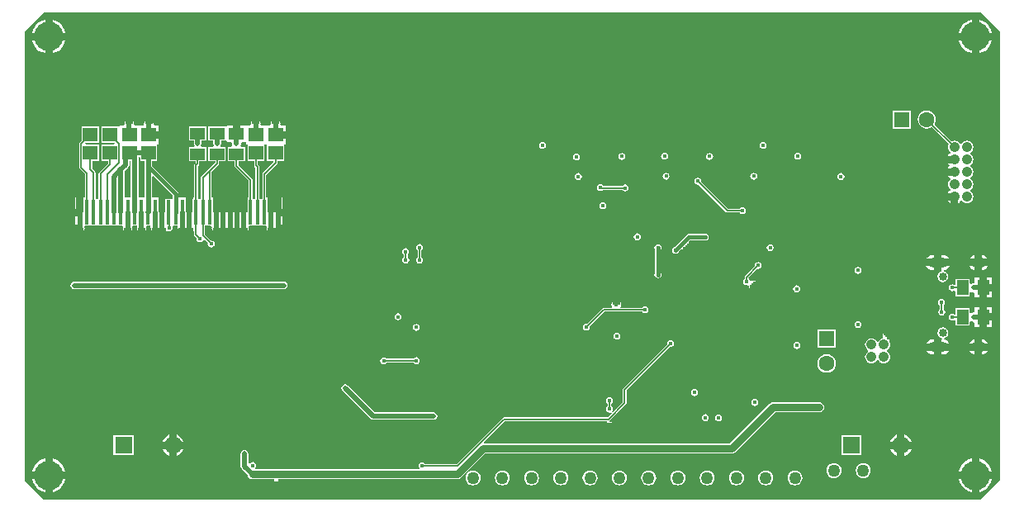
<source format=gbr>
%TF.GenerationSoftware,Altium Limited,Altium Designer,21.0.8 (223)*%
G04 Layer_Physical_Order=4*
G04 Layer_Color=16711680*
%FSLAX45Y45*%
%MOMM*%
%TF.SameCoordinates,ED3C5559-8931-45A1-834E-F7BCE4D23214*%
%TF.FilePolarity,Positive*%
%TF.FileFunction,Copper,L4,Bot,Signal*%
%TF.Part,Single*%
G01*
G75*
%TA.AperFunction,SMDPad,CuDef*%
%ADD10R,1.50000X1.20000*%
%ADD11R,1.20000X1.50000*%
%ADD17R,1.50000X1.45000*%
%TA.AperFunction,Conductor*%
%ADD34C,0.50800*%
%ADD35C,0.76200*%
%ADD36C,0.12700*%
%ADD37C,0.38100*%
%ADD39C,0.15240*%
%TA.AperFunction,ViaPad*%
%ADD40C,3.00000*%
%TA.AperFunction,ComponentPad*%
%ADD41C,1.05000*%
%ADD42C,1.60000*%
%ADD43R,1.60000X1.60000*%
%ADD44O,1.60000X1.00000*%
%ADD45O,2.10000X1.00000*%
%ADD46C,0.85000*%
%ADD47R,1.80000X1.80000*%
%ADD48C,1.80000*%
%ADD49R,1.60000X1.60000*%
%ADD50O,22.00000X0.50000*%
%TA.AperFunction,ViaPad*%
%ADD51C,1.27000*%
%ADD52C,0.45000*%
%TA.AperFunction,SMDPad,CuDef*%
%ADD73R,0.40000X2.50000*%
G36*
X10000000Y4800000D02*
Y200000D01*
X9800000Y0D01*
X200000D01*
X0Y200000D01*
Y4800000D01*
X200000Y5000000D01*
X9800000D01*
X10000000Y4800000D01*
D02*
G37*
%LPC*%
G36*
X9788100Y4921735D02*
Y4788100D01*
X9921735D01*
X9912833Y4817447D01*
X9896545Y4847918D01*
X9874627Y4874627D01*
X9847919Y4896545D01*
X9817447Y4912832D01*
X9788100Y4921735D01*
D02*
G37*
G36*
X9711900D02*
X9682553Y4912832D01*
X9652082Y4896545D01*
X9625373Y4874627D01*
X9603455Y4847918D01*
X9587168Y4817447D01*
X9578265Y4788100D01*
X9711900D01*
Y4921735D01*
D02*
G37*
G36*
X288100D02*
Y4788100D01*
X421735D01*
X412833Y4817447D01*
X396545Y4847918D01*
X374627Y4874627D01*
X347919Y4896545D01*
X317447Y4912832D01*
X288100Y4921735D01*
D02*
G37*
G36*
X211900D02*
X182553Y4912832D01*
X152081Y4896545D01*
X125373Y4874627D01*
X103455Y4847918D01*
X87167Y4817447D01*
X78265Y4788100D01*
X211900D01*
Y4921735D01*
D02*
G37*
G36*
X9921735Y4711900D02*
X9788100D01*
Y4578265D01*
X9817447Y4587167D01*
X9847919Y4603455D01*
X9874627Y4625373D01*
X9896545Y4652081D01*
X9912833Y4682552D01*
X9921735Y4711900D01*
D02*
G37*
G36*
X9711900D02*
X9578265D01*
X9587168Y4682552D01*
X9603455Y4652081D01*
X9625373Y4625373D01*
X9652082Y4603455D01*
X9682553Y4587167D01*
X9711900Y4578265D01*
Y4711900D01*
D02*
G37*
G36*
X421735D02*
X288100D01*
Y4578265D01*
X317447Y4587167D01*
X347919Y4603455D01*
X374627Y4625373D01*
X396545Y4652081D01*
X412833Y4682552D01*
X421735Y4711900D01*
D02*
G37*
G36*
X211900D02*
X78265D01*
X87167Y4682552D01*
X103455Y4652081D01*
X125373Y4625373D01*
X152081Y4603455D01*
X182553Y4587167D01*
X211900Y4578265D01*
Y4711900D01*
D02*
G37*
G36*
X1313180Y3884917D02*
Y3855720D01*
X1236980D01*
Y3884917D01*
X1229959Y3874410D01*
X1226242Y3855720D01*
X1227336Y3850217D01*
X1219279Y3840400D01*
X1130221D01*
X1122164Y3850217D01*
X1123258Y3855720D01*
X1119541Y3874410D01*
X1112520Y3884917D01*
Y3855720D01*
X1036320D01*
Y3884917D01*
X1029299Y3874410D01*
X1025582Y3855720D01*
X1026676Y3850217D01*
X1018619Y3840400D01*
X974600D01*
Y3829631D01*
X962699Y3827700D01*
Y3827700D01*
X787300D01*
Y3657300D01*
X924172D01*
X925441Y3655400D01*
X918652Y3642700D01*
X787300D01*
Y3472300D01*
X855577D01*
Y3445905D01*
X765766Y3356094D01*
X761556Y3349793D01*
X760077Y3342360D01*
Y3094280D01*
X751097Y3085300D01*
X737904D01*
X728923Y3094280D01*
Y3351959D01*
X728923Y3351960D01*
X727445Y3359393D01*
X723234Y3365694D01*
X723234Y3365695D01*
X695063Y3393865D01*
Y3472300D01*
X762700D01*
Y3642700D01*
X631347D01*
X624559Y3655400D01*
X625828Y3657300D01*
X762700D01*
Y3827700D01*
X587300D01*
Y3684769D01*
X567216Y3664684D01*
X563005Y3658383D01*
X561527Y3650950D01*
Y3406850D01*
X563005Y3399417D01*
X567216Y3393116D01*
X620077Y3340255D01*
Y3108556D01*
X614900Y3098000D01*
X607600D01*
Y3085305D01*
X606795D01*
Y2947600D01*
X569500D01*
Y2909500D01*
X524100D01*
Y2824480D01*
X568960D01*
Y2786380D01*
X607060D01*
Y2757183D01*
X614081Y2767690D01*
X617798Y2786380D01*
X615646Y2797200D01*
X623032Y2809900D01*
X672200D01*
Y2809899D01*
X676801D01*
Y2809900D01*
X734100D01*
X742200Y2809900D01*
X754900Y2809900D01*
X812200D01*
Y2809899D01*
X816801D01*
Y2809900D01*
X882200D01*
X882200Y2809899D01*
X886801D01*
Y2809900D01*
X894900Y2809900D01*
X952200D01*
Y2809899D01*
X956801D01*
Y2809900D01*
X1003057D01*
X1003231Y2809823D01*
X1012494Y2797200D01*
X1010342Y2786380D01*
X1014059Y2767690D01*
X1021080Y2757183D01*
Y2786380D01*
X1097280D01*
Y2757183D01*
X1104301Y2767690D01*
X1108018Y2786380D01*
X1105866Y2797200D01*
X1113771Y2809900D01*
X1154100D01*
Y2797200D01*
X1154100D01*
X1152581Y2786380D01*
X1152835Y2785106D01*
X1156299Y2767690D01*
X1163320Y2757183D01*
Y2786380D01*
X1239520D01*
Y2757183D01*
X1246541Y2767690D01*
X1250258Y2786380D01*
X1248106Y2797200D01*
X1257369Y2809823D01*
X1257543Y2809900D01*
X1294100D01*
Y2797200D01*
X1294099Y2797200D01*
X1294821Y2786380D01*
X1295112Y2784919D01*
X1298539Y2767690D01*
X1305560Y2757183D01*
Y2786380D01*
X1447800D01*
Y2757183D01*
X1447948Y2757405D01*
X1457983Y2764812D01*
X1469626Y2757033D01*
X1483360Y2754301D01*
X1497094Y2757033D01*
X1508738Y2764812D01*
X1516517Y2776456D01*
X1519249Y2790190D01*
X1517855Y2797200D01*
X1526228Y2809310D01*
X1527292Y2809900D01*
X1571078D01*
X1573834Y2797200D01*
X1571682Y2786380D01*
X1575399Y2767690D01*
X1582420Y2757183D01*
Y2786380D01*
X1727200D01*
Y2757183D01*
X1727377Y2757448D01*
X1740077Y2753595D01*
Y2715980D01*
X1741555Y2708547D01*
X1745766Y2702246D01*
X1763828Y2684184D01*
X1762431Y2677160D01*
X1765163Y2663426D01*
X1772942Y2651782D01*
X1784586Y2644003D01*
X1798320Y2641271D01*
X1812054Y2644003D01*
X1823698Y2651782D01*
X1830936Y2662615D01*
X1832010Y2663546D01*
X1845033Y2666478D01*
X1879766Y2631745D01*
X1878001Y2622867D01*
X1880733Y2609133D01*
X1888512Y2597490D01*
X1900156Y2589710D01*
X1913890Y2586978D01*
X1927624Y2589710D01*
X1939268Y2597490D01*
X1947047Y2609133D01*
X1949779Y2622867D01*
X1947047Y2636602D01*
X1939268Y2648245D01*
X1927624Y2656025D01*
X1913890Y2658757D01*
X1908720Y2657728D01*
X1848923Y2717525D01*
Y2809900D01*
X1862199D01*
Y2809899D01*
X1866800D01*
Y2809900D01*
X1912377D01*
X1912551Y2809823D01*
X1921814Y2797200D01*
X1919662Y2786380D01*
X1923379Y2767690D01*
X1930400Y2757183D01*
Y2786380D01*
X2288540D01*
Y2757183D01*
X2295561Y2767690D01*
X2299278Y2786380D01*
X2297126Y2797200D01*
X2306389Y2809823D01*
X2306563Y2809900D01*
X2352200Y2809900D01*
X2364900Y2809900D01*
X2414100D01*
X2422200Y2809900D01*
X2434900Y2809900D01*
X2475296D01*
X2483154Y2797200D01*
X2481002Y2786380D01*
X2484719Y2767690D01*
X2491740Y2757183D01*
Y2786380D01*
X2600960D01*
Y2824480D01*
X2644900D01*
Y2909500D01*
X2599500D01*
Y2947600D01*
X2492205D01*
Y3085305D01*
X2491400D01*
Y3098000D01*
X2484100D01*
X2478923Y3108556D01*
Y3330295D01*
X2589294Y3440666D01*
X2593505Y3446967D01*
X2594983Y3454400D01*
Y3472300D01*
X2662700D01*
X2662700Y3642700D01*
X2674613Y3644600D01*
X2675400D01*
Y3704400D01*
X2575000D01*
Y3780600D01*
X2675400D01*
Y3840400D01*
X2631361D01*
X2623304Y3850217D01*
X2624398Y3855720D01*
X2620681Y3874410D01*
X2613660Y3884917D01*
Y3855720D01*
X2537460D01*
Y3884917D01*
X2530439Y3874410D01*
X2526722Y3855720D01*
X2527816Y3850217D01*
X2519759Y3840400D01*
X2428161D01*
X2420104Y3850217D01*
X2421198Y3855720D01*
X2417481Y3874410D01*
X2410460Y3884917D01*
Y3855720D01*
X2334260D01*
Y3884917D01*
X2327239Y3874410D01*
X2323522Y3855720D01*
X2324616Y3850217D01*
X2316559Y3840400D01*
X2213100D01*
Y3755000D01*
X2136900D01*
Y3840400D01*
X2074600D01*
Y3829631D01*
X2062700Y3827700D01*
Y3827700D01*
X1887300D01*
Y3682300D01*
X1937273D01*
Y3652520D01*
X1940231Y3637654D01*
X1945078Y3630400D01*
X1938534Y3617700D01*
X1887300D01*
Y3472300D01*
X1955577D01*
Y3456246D01*
X1885766Y3386434D01*
X1815766Y3316434D01*
X1811555Y3310133D01*
X1810077Y3302700D01*
Y3085300D01*
X1796800D01*
Y3085300D01*
X1792335D01*
X1779643Y3085647D01*
Y3420955D01*
X1788734Y3430046D01*
X1792945Y3436347D01*
X1794423Y3443780D01*
X1794423Y3443781D01*
Y3472300D01*
X1862700D01*
Y3617700D01*
X1813046D01*
X1806502Y3630400D01*
X1811349Y3637654D01*
X1814307Y3652520D01*
Y3682300D01*
X1862700D01*
Y3827700D01*
X1687300D01*
Y3682300D01*
X1736613D01*
Y3652520D01*
X1739571Y3637654D01*
X1744418Y3630400D01*
X1737874Y3617700D01*
X1687300D01*
Y3472300D01*
X1755577D01*
Y3451825D01*
X1746486Y3442734D01*
X1742275Y3436433D01*
X1740797Y3429000D01*
Y3108257D01*
X1734900Y3098000D01*
X1727600D01*
Y3085305D01*
X1726795D01*
Y2947600D01*
X1651400D01*
Y3098000D01*
X1581872D01*
Y3136800D01*
X1579408Y3149188D01*
X1572391Y3159690D01*
X1311096Y3420985D01*
Y3472300D01*
X1362700D01*
Y3642700D01*
X1374613Y3644600D01*
X1375400D01*
Y3704400D01*
X1275000D01*
Y3780600D01*
X1375400D01*
Y3840400D01*
X1330881D01*
X1322824Y3850217D01*
X1323918Y3855720D01*
X1320201Y3874410D01*
X1313180Y3884917D01*
D02*
G37*
G36*
X9090700Y3992700D02*
X8905300D01*
Y3807300D01*
X9090700D01*
Y3992700D01*
D02*
G37*
G36*
X7574280Y3668089D02*
X7560546Y3665357D01*
X7548902Y3657578D01*
X7541123Y3645934D01*
X7538391Y3632200D01*
X7541123Y3618466D01*
X7548902Y3606822D01*
X7560546Y3599043D01*
X7574280Y3596311D01*
X7588014Y3599043D01*
X7599658Y3606822D01*
X7607437Y3618466D01*
X7610169Y3632200D01*
X7607437Y3645934D01*
X7599658Y3657578D01*
X7588014Y3665357D01*
X7574280Y3668089D01*
D02*
G37*
G36*
X5311140D02*
X5297406Y3665357D01*
X5285762Y3657578D01*
X5277983Y3645934D01*
X5275251Y3632200D01*
X5277983Y3618466D01*
X5285762Y3606822D01*
X5297406Y3599043D01*
X5311140Y3596311D01*
X5324874Y3599043D01*
X5336518Y3606822D01*
X5344297Y3618466D01*
X5347029Y3632200D01*
X5344297Y3645934D01*
X5336518Y3657578D01*
X5324874Y3665357D01*
X5311140Y3668089D01*
D02*
G37*
G36*
X7929880Y3558869D02*
X7916146Y3556137D01*
X7906251Y3549526D01*
X7904480Y3552177D01*
Y3548333D01*
X7896718Y3536716D01*
X7893985Y3522980D01*
X7896718Y3509244D01*
X7904480Y3497627D01*
Y3493783D01*
X7906251Y3496434D01*
X7916146Y3489823D01*
X7929880Y3487091D01*
X7943614Y3489823D01*
X7955258Y3497602D01*
X7963037Y3509246D01*
X7965769Y3522980D01*
X7963037Y3536714D01*
X7955258Y3548358D01*
X7943614Y3556137D01*
X7929880Y3558869D01*
D02*
G37*
G36*
X6126480Y3556329D02*
X6112746Y3553597D01*
X6102851Y3546986D01*
X6101080Y3549637D01*
Y3545793D01*
X6093318Y3534176D01*
X6090585Y3520440D01*
X6093318Y3506704D01*
X6101080Y3495087D01*
Y3491243D01*
X6102851Y3493894D01*
X6112746Y3487283D01*
X6126480Y3484551D01*
X6140214Y3487283D01*
X6151858Y3495062D01*
X6159637Y3506706D01*
X6162369Y3520440D01*
X6159637Y3534174D01*
X6151858Y3545818D01*
X6140214Y3553597D01*
X6126480Y3556329D01*
D02*
G37*
G36*
X7025640D02*
X7011906Y3553597D01*
X7010600Y3552725D01*
X7000077Y3546080D01*
X7000075Y3546082D01*
X6997700Y3549637D01*
Y3541992D01*
X6992478Y3534176D01*
X6989745Y3520440D01*
X6992478Y3506704D01*
X6997700Y3498888D01*
Y3491243D01*
X7000077Y3494800D01*
X7000262Y3495062D01*
X7000263D01*
X7011906Y3487283D01*
X7025640Y3484551D01*
X7039374Y3487283D01*
X7051018Y3495062D01*
X7058797Y3506706D01*
X7061529Y3520440D01*
X7058797Y3534174D01*
X7051018Y3545818D01*
X7039374Y3553597D01*
X7025640Y3556329D01*
D02*
G37*
G36*
X6563360Y3558869D02*
X6549626Y3556137D01*
X6537982Y3548358D01*
X6530203Y3536714D01*
X6527471Y3522980D01*
X6530203Y3509246D01*
X6537982Y3497602D01*
X6549626Y3489823D01*
X6563360Y3487091D01*
X6577094Y3489823D01*
X6588738Y3497602D01*
X6596517Y3509246D01*
X6599249Y3522980D01*
X6596517Y3536714D01*
X6588738Y3548358D01*
X6577094Y3556137D01*
X6563360Y3558869D01*
D02*
G37*
G36*
X5661660Y3551249D02*
X5647926Y3548517D01*
X5636282Y3540738D01*
X5628503Y3529094D01*
X5625771Y3515360D01*
X5628503Y3501626D01*
X5636282Y3489982D01*
X5647926Y3482203D01*
X5661660Y3479471D01*
X5675394Y3482203D01*
X5687038Y3489982D01*
X5694817Y3501626D01*
X5697549Y3515360D01*
X5694817Y3529094D01*
X5687038Y3540738D01*
X5675394Y3548517D01*
X5661660Y3551249D01*
D02*
G37*
G36*
X7477760Y3353129D02*
X7464026Y3350397D01*
X7452382Y3342618D01*
X7444603Y3330974D01*
X7441871Y3317240D01*
X7444603Y3303506D01*
X7452382Y3291862D01*
X7464026Y3284083D01*
X7477760Y3281351D01*
X7491494Y3284083D01*
X7503138Y3291862D01*
X7510917Y3303506D01*
X7513649Y3317240D01*
X7510917Y3330974D01*
X7503138Y3342618D01*
X7491494Y3350397D01*
X7477760Y3353129D01*
D02*
G37*
G36*
X6578600D02*
X6564866Y3350397D01*
X6553222Y3342618D01*
X6545443Y3330974D01*
X6542711Y3317240D01*
X6545443Y3303506D01*
X6553222Y3291862D01*
X6564866Y3284083D01*
X6578600Y3281351D01*
X6592334Y3284083D01*
X6603978Y3291862D01*
X6611757Y3303506D01*
X6614489Y3317240D01*
X6611757Y3330974D01*
X6603978Y3342618D01*
X6592334Y3350397D01*
X6578600Y3353129D01*
D02*
G37*
G36*
X8371840Y3350589D02*
X8358106Y3347857D01*
X8346462Y3340078D01*
X8338683Y3328434D01*
X8335951Y3314700D01*
X8338683Y3300966D01*
X8346462Y3289322D01*
X8358106Y3281543D01*
X8371840Y3278811D01*
X8385574Y3281543D01*
X8397218Y3289322D01*
X8404997Y3300966D01*
X8407729Y3314700D01*
X8404997Y3328434D01*
X8397218Y3340078D01*
X8385574Y3347857D01*
X8371840Y3350589D01*
D02*
G37*
G36*
X5679440D02*
X5665706Y3347857D01*
X5654062Y3340078D01*
X5646283Y3328434D01*
X5643551Y3314700D01*
X5646283Y3300966D01*
X5654062Y3289322D01*
X5665706Y3281543D01*
X5679440Y3278811D01*
X5693174Y3281543D01*
X5704818Y3289322D01*
X5712597Y3300966D01*
X5715329Y3314700D01*
X5712597Y3328434D01*
X5704818Y3340078D01*
X5693174Y3347857D01*
X5679440Y3350589D01*
D02*
G37*
G36*
X5905500Y3236289D02*
X5891766Y3233557D01*
X5880122Y3225778D01*
X5872343Y3214134D01*
X5869611Y3200400D01*
X5872343Y3186666D01*
X5880122Y3175022D01*
X5891766Y3167243D01*
X5905500Y3164511D01*
X5919234Y3167243D01*
X5930878Y3175022D01*
X5933159Y3178437D01*
X6130144D01*
X6134122Y3172482D01*
X6145766Y3164703D01*
X6159500Y3161971D01*
X6173234Y3164703D01*
X6184878Y3172482D01*
X6192657Y3184126D01*
X6195389Y3197860D01*
X6192657Y3211594D01*
X6184878Y3223238D01*
X6173234Y3231017D01*
X6159500Y3233749D01*
X6145766Y3231017D01*
X6134122Y3223238D01*
X6130144Y3217283D01*
X5936554D01*
X5930878Y3225778D01*
X5919234Y3233557D01*
X5905500Y3236289D01*
D02*
G37*
G36*
X9252000Y3993500D02*
X9227800Y3990314D01*
X9205250Y3980973D01*
X9185886Y3966114D01*
X9171027Y3946750D01*
X9161686Y3924200D01*
X9158500Y3900000D01*
X9161686Y3875800D01*
X9171027Y3853250D01*
X9185886Y3833886D01*
X9205250Y3819027D01*
X9227800Y3809686D01*
X9252000Y3806500D01*
X9276200Y3809686D01*
X9298750Y3819027D01*
X9303022Y3822305D01*
X9478320Y3647007D01*
X9472978Y3634111D01*
X9470737Y3617091D01*
X9472978Y3600070D01*
X9479548Y3584209D01*
X9489999Y3570589D01*
X9492162Y3568930D01*
X9491290Y3553590D01*
X9480941Y3545650D01*
X9468455Y3529377D01*
X9467964Y3528191D01*
X9536500D01*
Y3451991D01*
X9467964D01*
X9468455Y3450804D01*
X9480941Y3434532D01*
X9483015Y3432941D01*
Y3420241D01*
X9480941Y3418650D01*
X9468455Y3402377D01*
X9467964Y3401191D01*
X9536500D01*
Y3324991D01*
X9467964D01*
X9468455Y3323804D01*
X9480941Y3307532D01*
X9491290Y3299591D01*
X9492162Y3284251D01*
X9489999Y3282592D01*
X9479548Y3268972D01*
X9472978Y3253111D01*
X9470737Y3236091D01*
X9472978Y3219070D01*
X9479548Y3203209D01*
X9489999Y3189589D01*
X9492162Y3187930D01*
X9491290Y3172590D01*
X9480941Y3164650D01*
X9468455Y3148377D01*
X9467964Y3147191D01*
X9536500D01*
Y3109091D01*
X9574600D01*
Y3040554D01*
X9575786Y3041045D01*
X9592059Y3053532D01*
X9600000Y3063881D01*
X9615339Y3064752D01*
X9616999Y3062589D01*
X9630619Y3052138D01*
X9646480Y3045569D01*
X9663500Y3043328D01*
X9680521Y3045569D01*
X9696381Y3052138D01*
X9710001Y3062589D01*
X9720452Y3076209D01*
X9727022Y3092070D01*
X9729263Y3109091D01*
X9727022Y3126111D01*
X9720452Y3141972D01*
X9710001Y3155592D01*
X9696932Y3165620D01*
X9695904Y3172476D01*
Y3172705D01*
X9696932Y3179561D01*
X9710001Y3189589D01*
X9720452Y3203209D01*
X9727022Y3219070D01*
X9729263Y3236091D01*
X9727022Y3253111D01*
X9720452Y3268972D01*
X9710001Y3282592D01*
X9696932Y3292620D01*
X9695904Y3299476D01*
Y3299705D01*
X9696932Y3306561D01*
X9710001Y3316589D01*
X9720452Y3330209D01*
X9727022Y3346070D01*
X9729263Y3363091D01*
X9727022Y3380111D01*
X9720452Y3395972D01*
X9710001Y3409592D01*
X9696932Y3419620D01*
X9695904Y3426476D01*
Y3426705D01*
X9696932Y3433561D01*
X9710001Y3443589D01*
X9720452Y3457209D01*
X9727022Y3473070D01*
X9729263Y3490091D01*
X9727022Y3507111D01*
X9720452Y3522972D01*
X9710001Y3536592D01*
X9696932Y3546620D01*
X9695904Y3553476D01*
Y3553705D01*
X9696932Y3560561D01*
X9710001Y3570589D01*
X9720452Y3584209D01*
X9727022Y3600070D01*
X9729263Y3617091D01*
X9727022Y3634111D01*
X9720452Y3649972D01*
X9710001Y3663592D01*
X9696381Y3674043D01*
X9680521Y3680612D01*
X9663500Y3682853D01*
X9646480Y3680612D01*
X9630619Y3674043D01*
X9616999Y3663592D01*
X9606971Y3650523D01*
X9600114Y3649494D01*
X9599886D01*
X9593030Y3650523D01*
X9583001Y3663592D01*
X9569381Y3674043D01*
X9553521Y3680612D01*
X9536500Y3682853D01*
X9519480Y3680612D01*
X9505459Y3674805D01*
X9330386Y3849878D01*
X9332973Y3853250D01*
X9342314Y3875800D01*
X9345500Y3900000D01*
X9342314Y3924200D01*
X9332973Y3946750D01*
X9318114Y3966114D01*
X9298750Y3980973D01*
X9276200Y3990314D01*
X9252000Y3993500D01*
D02*
G37*
G36*
X9498400Y3070991D02*
X9467964D01*
X9468455Y3069804D01*
X9480941Y3053532D01*
X9497214Y3041045D01*
X9498400Y3040554D01*
Y3070991D01*
D02*
G37*
G36*
X2637600Y3098000D02*
Y2985700D01*
X2644900D01*
Y3098000D01*
X2637600D01*
D02*
G37*
G36*
X531400D02*
X524100D01*
Y2985700D01*
X531400D01*
Y3098000D01*
D02*
G37*
G36*
X5930900Y3050869D02*
X5917166Y3048137D01*
X5905522Y3040358D01*
X5897743Y3028714D01*
X5895011Y3014980D01*
X5897743Y3001246D01*
X5905522Y2989602D01*
X5917166Y2981823D01*
X5930900Y2979091D01*
X5944634Y2981823D01*
X5956278Y2989602D01*
X5964057Y3001246D01*
X5966789Y3014980D01*
X5964057Y3028714D01*
X5956278Y3040358D01*
X5944634Y3048137D01*
X5930900Y3050869D01*
D02*
G37*
G36*
X6903720Y3302329D02*
X6889986Y3299597D01*
X6878342Y3291818D01*
X6870563Y3280174D01*
X6867831Y3266440D01*
X6870563Y3252706D01*
X6878342Y3241062D01*
X6889986Y3233283D01*
X6903720Y3230551D01*
X6910744Y3231948D01*
X7192675Y2950016D01*
X7192676Y2950016D01*
X7198977Y2945805D01*
X7206410Y2944327D01*
X7333144D01*
X7337122Y2938372D01*
X7348766Y2930593D01*
X7362500Y2927861D01*
X7376234Y2930593D01*
X7387878Y2938372D01*
X7395657Y2950016D01*
X7398389Y2963750D01*
X7395657Y2977484D01*
X7387878Y2989128D01*
X7376234Y2996907D01*
X7362500Y2999639D01*
X7348766Y2996907D01*
X7337122Y2989128D01*
X7333144Y2983173D01*
X7214455D01*
X6938212Y3259416D01*
X6939609Y3266440D01*
X6936877Y3280174D01*
X6929098Y3291818D01*
X6917454Y3299597D01*
X6903720Y3302329D01*
D02*
G37*
G36*
X6283960Y2733369D02*
X6270226Y2730637D01*
X6258582Y2722858D01*
X6250803Y2711214D01*
X6248071Y2697480D01*
X6250803Y2683746D01*
X6258582Y2672102D01*
X6270226Y2664323D01*
X6283960Y2661591D01*
X6297694Y2664323D01*
X6309338Y2672102D01*
X6317117Y2683746D01*
X6319849Y2697480D01*
X6317117Y2711214D01*
X6309338Y2722858D01*
X6297694Y2730637D01*
X6283960Y2733369D01*
D02*
G37*
G36*
X6982460Y2728289D02*
X6968726Y2725557D01*
X6967550Y2724772D01*
X6809740D01*
X6797352Y2722308D01*
X6786850Y2715290D01*
X6664042Y2592483D01*
X6662656Y2592207D01*
X6651012Y2584428D01*
X6643233Y2572784D01*
X6640501Y2559050D01*
X6643233Y2545316D01*
X6651012Y2533672D01*
X6662656Y2525893D01*
X6676390Y2523161D01*
X6690124Y2525893D01*
X6701768Y2533672D01*
X6709547Y2545316D01*
X6709823Y2546702D01*
X6734935Y2571814D01*
X6749384Y2568302D01*
X6753860Y2561603D01*
Y2590732D01*
X6753928Y2590800D01*
X6791960D01*
Y2628832D01*
X6792028Y2628900D01*
X6821157D01*
X6814458Y2633376D01*
X6810946Y2647825D01*
X6823149Y2660028D01*
X6967550D01*
X6968726Y2659243D01*
X6982460Y2656511D01*
X6996194Y2659243D01*
X7007838Y2667022D01*
X7015617Y2678666D01*
X7018349Y2692400D01*
X7015617Y2706134D01*
X7007838Y2717778D01*
X6996194Y2725557D01*
X6982460Y2728289D01*
D02*
G37*
G36*
X7645400Y2621609D02*
X7631666Y2618877D01*
X7620022Y2611098D01*
X7612243Y2599454D01*
X7609511Y2585720D01*
X7612243Y2571986D01*
X7620022Y2560342D01*
X7631666Y2552563D01*
X7645400Y2549831D01*
X7659134Y2552563D01*
X7670778Y2560342D01*
X7678557Y2571986D01*
X7681289Y2585720D01*
X7678557Y2599454D01*
X7670778Y2611098D01*
X7659134Y2618877D01*
X7645400Y2621609D01*
D02*
G37*
G36*
X9419000Y2508051D02*
X9402100D01*
Y2470100D01*
X9484804D01*
X9472776Y2485776D01*
X9457025Y2497862D01*
X9438683Y2505459D01*
X9419000Y2508051D01*
D02*
G37*
G36*
X9325900D02*
X9309000D01*
X9289316Y2505459D01*
X9270974Y2497862D01*
X9255224Y2485776D01*
X9243195Y2470100D01*
X9325900D01*
Y2508051D01*
D02*
G37*
G36*
X9820100Y2506984D02*
Y2470100D01*
X9877804D01*
X9865776Y2485776D01*
X9850025Y2497862D01*
X9831683Y2505459D01*
X9820100Y2506984D01*
D02*
G37*
G36*
X9743900D02*
X9732317Y2505459D01*
X9713975Y2497862D01*
X9698224Y2485776D01*
X9686196Y2470100D01*
X9743900D01*
Y2506984D01*
D02*
G37*
G36*
X4052570Y2622879D02*
X4038836Y2620147D01*
X4027192Y2612368D01*
X4019413Y2600724D01*
X4016681Y2586990D01*
X4019413Y2573256D01*
X4027192Y2561612D01*
X4031877Y2558482D01*
Y2490195D01*
X4024652Y2485368D01*
X4016873Y2473724D01*
X4014141Y2459990D01*
X4016873Y2446256D01*
X4024652Y2434612D01*
X4036296Y2426833D01*
X4050030Y2424101D01*
X4063764Y2426833D01*
X4075408Y2434612D01*
X4083187Y2446256D01*
X4085919Y2459990D01*
X4083187Y2473724D01*
X4075408Y2485368D01*
X4070723Y2488498D01*
Y2556785D01*
X4077948Y2561612D01*
X4085727Y2573256D01*
X4088459Y2586990D01*
X4085727Y2600724D01*
X4077948Y2612368D01*
X4066304Y2620147D01*
X4052570Y2622879D01*
D02*
G37*
G36*
X3909060Y2580969D02*
X3895326Y2578237D01*
X3883682Y2570458D01*
X3875903Y2558814D01*
X3873171Y2545080D01*
X3875903Y2531346D01*
X3883682Y2519702D01*
X3890272Y2515300D01*
Y2487652D01*
X3884952Y2484098D01*
X3877173Y2472454D01*
X3874441Y2458720D01*
X3877173Y2444986D01*
X3884952Y2433342D01*
X3896596Y2425563D01*
X3910330Y2422831D01*
X3924064Y2425563D01*
X3935708Y2433342D01*
X3943487Y2444986D01*
X3946219Y2458720D01*
X3943487Y2472454D01*
X3935708Y2484098D01*
X3929118Y2488500D01*
Y2516148D01*
X3934438Y2519702D01*
X3942217Y2531346D01*
X3944949Y2545080D01*
X3942217Y2558814D01*
X3934438Y2570458D01*
X3922794Y2578237D01*
X3909060Y2580969D01*
D02*
G37*
G36*
X7523480Y2438729D02*
X7509746Y2435997D01*
X7498102Y2428218D01*
X7490323Y2416574D01*
X7487591Y2402840D01*
X7488988Y2395816D01*
X7390366Y2297194D01*
X7386155Y2290893D01*
X7384677Y2283460D01*
Y2264556D01*
X7378722Y2260578D01*
X7370943Y2248934D01*
X7368211Y2235200D01*
X7370943Y2221466D01*
X7378722Y2209822D01*
X7390366Y2202043D01*
X7404100Y2199311D01*
X7414089Y2201298D01*
X7415314Y2201132D01*
X7424873Y2195780D01*
X7427639Y2193319D01*
X7430099Y2180950D01*
X7437120Y2170443D01*
Y2199640D01*
X7475220D01*
Y2237740D01*
X7504417D01*
X7493910Y2244761D01*
X7475220Y2248478D01*
X7456530Y2244761D01*
X7451681Y2241521D01*
X7437569Y2247366D01*
X7437257Y2248934D01*
X7429478Y2260578D01*
X7425225Y2263419D01*
X7424445Y2276336D01*
X7516456Y2368348D01*
X7523480Y2366951D01*
X7537214Y2369683D01*
X7548858Y2377462D01*
X7556637Y2389106D01*
X7559369Y2402840D01*
X7556637Y2416574D01*
X7548858Y2428218D01*
X7537214Y2435997D01*
X7523480Y2438729D01*
D02*
G37*
G36*
X9877804Y2393900D02*
X9820100D01*
Y2357016D01*
X9831683Y2358541D01*
X9850025Y2366138D01*
X9865776Y2378224D01*
X9877804Y2393900D01*
D02*
G37*
G36*
X9743900D02*
X9686196D01*
X9698224Y2378224D01*
X9713975Y2366138D01*
X9732317Y2358541D01*
X9743900Y2357016D01*
Y2393900D01*
D02*
G37*
G36*
X9325900Y2393900D02*
X9243195D01*
X9255224Y2378224D01*
X9270974Y2366138D01*
X9289316Y2358541D01*
X9309000Y2355949D01*
X9325900D01*
Y2393900D01*
D02*
G37*
G36*
X8547100Y2387929D02*
X8533366Y2385197D01*
X8521722Y2377418D01*
X8513943Y2365774D01*
X8511211Y2352040D01*
X8513943Y2338306D01*
X8521722Y2326662D01*
X8533366Y2318883D01*
X8547100Y2316151D01*
X8560834Y2318883D01*
X8572478Y2326662D01*
X8580257Y2338306D01*
X8582989Y2352040D01*
X8580257Y2365774D01*
X8572478Y2377418D01*
X8560834Y2385197D01*
X8547100Y2387929D01*
D02*
G37*
G36*
X6494780Y2621609D02*
X6481046Y2618877D01*
X6469402Y2611098D01*
X6461623Y2599454D01*
X6458891Y2585720D01*
X6461623Y2571986D01*
X6462408Y2570810D01*
Y2323770D01*
X6461623Y2322594D01*
X6458891Y2308860D01*
X6461623Y2295126D01*
X6469402Y2283482D01*
X6481046Y2275703D01*
X6494780Y2272971D01*
X6508514Y2275703D01*
X6520158Y2283482D01*
X6527937Y2295126D01*
X6530669Y2308860D01*
X6527937Y2322594D01*
X6527152Y2323770D01*
Y2570810D01*
X6527937Y2571986D01*
X6530669Y2585720D01*
X6527937Y2599454D01*
X6520158Y2611098D01*
X6508514Y2618877D01*
X6494780Y2621609D01*
D02*
G37*
G36*
X9484804Y2393900D02*
X9402100D01*
Y2355949D01*
X9405532D01*
X9406783Y2343249D01*
X9395462Y2340997D01*
X9377203Y2328797D01*
X9365003Y2310538D01*
X9360718Y2289000D01*
X9365003Y2267462D01*
X9377203Y2249203D01*
X9395462Y2237003D01*
X9417000Y2232718D01*
X9438538Y2237003D01*
X9456797Y2249203D01*
X9468997Y2267462D01*
X9473282Y2289000D01*
X9468997Y2310538D01*
X9456797Y2328797D01*
X9438538Y2340997D01*
X9424276Y2343834D01*
X9424697Y2356699D01*
X9438683Y2358541D01*
X9457025Y2366138D01*
X9472776Y2378224D01*
X9484804Y2393900D01*
D02*
G37*
G36*
X9791900Y2275400D02*
X9744600D01*
Y2230331D01*
X9734783Y2222274D01*
X9730740Y2223078D01*
X9712050Y2219361D01*
X9705400Y2214917D01*
X9692700Y2221705D01*
Y2262700D01*
X9547300D01*
Y2210137D01*
X9534600Y2203371D01*
X9528574Y2207397D01*
X9514840Y2210129D01*
X9501106Y2207397D01*
X9489462Y2199618D01*
X9481683Y2187974D01*
X9478951Y2174240D01*
X9481683Y2160506D01*
X9489462Y2148862D01*
X9501106Y2141083D01*
X9514840Y2138351D01*
X9528574Y2141083D01*
X9534600Y2145109D01*
X9547300Y2138343D01*
Y2087300D01*
X9692700D01*
Y2126775D01*
X9705400Y2133563D01*
X9712050Y2129119D01*
X9730740Y2125402D01*
X9734783Y2126206D01*
X9744600Y2118149D01*
Y2074600D01*
X9791900D01*
Y2175000D01*
Y2275400D01*
D02*
G37*
G36*
X9915400D02*
X9868100D01*
Y2213100D01*
X9915400D01*
Y2275400D01*
D02*
G37*
G36*
X2659500Y2236038D02*
X509500D01*
X494790Y2233112D01*
X482320Y2224780D01*
X473988Y2212310D01*
X471062Y2197600D01*
X473988Y2182890D01*
X482320Y2170420D01*
X494790Y2162087D01*
X509500Y2159161D01*
X2659500D01*
X2674210Y2162087D01*
X2686680Y2170420D01*
X2695012Y2182890D01*
X2697938Y2197600D01*
X2695012Y2212310D01*
X2686680Y2224780D01*
X2674210Y2233112D01*
X2659500Y2236038D01*
D02*
G37*
G36*
X7917180Y2199969D02*
X7903446Y2197237D01*
X7891802Y2189458D01*
X7884023Y2177814D01*
X7881291Y2164080D01*
X7884023Y2150346D01*
X7891802Y2138702D01*
X7903446Y2130923D01*
X7917180Y2128191D01*
X7930914Y2130923D01*
X7942558Y2138702D01*
X7950337Y2150346D01*
X7953069Y2164080D01*
X7950337Y2177814D01*
X7942558Y2189458D01*
X7930914Y2197237D01*
X7917180Y2199969D01*
D02*
G37*
G36*
X9915400Y2136900D02*
X9868100D01*
Y2074600D01*
X9915400D01*
Y2136900D01*
D02*
G37*
G36*
X6106160Y2030717D02*
Y2001520D01*
X6029960D01*
Y2030717D01*
X6022939Y2020210D01*
X6019222Y2001520D01*
X6022939Y1982830D01*
X6025630Y1978804D01*
X6019643Y1967603D01*
X5938520D01*
X5931087Y1966125D01*
X5924786Y1961914D01*
X5924785Y1961914D01*
X5767744Y1804872D01*
X5760720Y1806269D01*
X5746986Y1803537D01*
X5735342Y1795758D01*
X5727563Y1784114D01*
X5724831Y1770380D01*
X5727563Y1756646D01*
X5735342Y1745002D01*
X5746986Y1737223D01*
X5760720Y1734491D01*
X5774454Y1737223D01*
X5786098Y1745002D01*
X5793877Y1756646D01*
X5796609Y1770380D01*
X5795212Y1777404D01*
X5946565Y1928757D01*
X6333344D01*
X6337322Y1922802D01*
X6348966Y1915023D01*
X6362700Y1912291D01*
X6376434Y1915023D01*
X6388078Y1922802D01*
X6395857Y1934446D01*
X6398589Y1948180D01*
X6395857Y1961914D01*
X6388078Y1973558D01*
X6376434Y1981337D01*
X6362700Y1984069D01*
X6348966Y1981337D01*
X6337322Y1973558D01*
X6333344Y1967603D01*
X6116477D01*
X6110490Y1978804D01*
X6113181Y1982830D01*
X6116898Y2001520D01*
X6113181Y2020210D01*
X6106160Y2030717D01*
D02*
G37*
G36*
X9791900Y1975400D02*
X9744600D01*
Y1928071D01*
X9734783Y1920014D01*
X9730740Y1920818D01*
X9712050Y1917101D01*
X9705400Y1912657D01*
X9692700Y1919445D01*
Y1962700D01*
X9547300D01*
Y1907877D01*
X9534600Y1901111D01*
X9528574Y1905137D01*
X9514840Y1907869D01*
X9501106Y1905137D01*
X9489462Y1897358D01*
X9481683Y1885714D01*
X9478951Y1871980D01*
X9481683Y1858246D01*
X9489462Y1846602D01*
X9501106Y1838823D01*
X9514840Y1836091D01*
X9528574Y1838823D01*
X9534600Y1842849D01*
X9547300Y1836083D01*
Y1787300D01*
X9692700D01*
Y1824515D01*
X9705400Y1831303D01*
X9712050Y1826859D01*
X9730740Y1823142D01*
X9734783Y1823946D01*
X9744600Y1815889D01*
Y1774600D01*
X9791900D01*
Y1875000D01*
Y1975400D01*
D02*
G37*
G36*
X9915400D02*
X9868100D01*
Y1913100D01*
X9915400D01*
Y1975400D01*
D02*
G37*
G36*
X9403440Y2060269D02*
X9389706Y2057537D01*
X9378062Y2049758D01*
X9370283Y2038114D01*
X9367550Y2024380D01*
X9370283Y2010646D01*
X9378062Y1999002D01*
X9384902Y1994432D01*
Y1953811D01*
X9380242Y1950698D01*
X9372463Y1939054D01*
X9369731Y1925320D01*
X9372463Y1911586D01*
X9380242Y1899942D01*
X9391886Y1892163D01*
X9405620Y1889431D01*
X9419354Y1892163D01*
X9430998Y1899942D01*
X9438777Y1911586D01*
X9441509Y1925320D01*
X9438777Y1939054D01*
X9430998Y1950698D01*
X9426338Y1953811D01*
Y1997346D01*
X9428818Y1999002D01*
X9436597Y2010646D01*
X9439329Y2024380D01*
X9436597Y2038114D01*
X9428818Y2049758D01*
X9417174Y2057537D01*
X9403440Y2060269D01*
D02*
G37*
G36*
X3830320Y1912949D02*
X3816586Y1910217D01*
X3804942Y1902438D01*
X3797163Y1890794D01*
X3794431Y1877060D01*
X3797163Y1863326D01*
X3804942Y1851682D01*
X3816586Y1843903D01*
X3830320Y1841171D01*
X3844054Y1843903D01*
X3855698Y1851682D01*
X3863477Y1863326D01*
X3866209Y1877060D01*
X3863477Y1890794D01*
X3855698Y1902438D01*
X3844054Y1910217D01*
X3830320Y1912949D01*
D02*
G37*
G36*
X9915400Y1836900D02*
X9868100D01*
Y1774600D01*
X9915400D01*
Y1836900D01*
D02*
G37*
G36*
X8547100Y1834209D02*
X8533366Y1831477D01*
X8521722Y1823698D01*
X8513943Y1812054D01*
X8511211Y1798320D01*
X8513943Y1784586D01*
X8521722Y1772942D01*
X8533366Y1765163D01*
X8547100Y1762431D01*
X8560834Y1765163D01*
X8572478Y1772942D01*
X8580257Y1784586D01*
X8582989Y1798320D01*
X8580257Y1812054D01*
X8572478Y1823698D01*
X8560834Y1831477D01*
X8547100Y1834209D01*
D02*
G37*
G36*
X4018280Y1803729D02*
X4004546Y1800997D01*
X3992902Y1793218D01*
X3985123Y1781574D01*
X3982391Y1767840D01*
X3985123Y1754106D01*
X3992902Y1742462D01*
X4004546Y1734683D01*
X4018280Y1731951D01*
X4032014Y1734683D01*
X4043658Y1742462D01*
X4051437Y1754106D01*
X4054169Y1767840D01*
X4051437Y1781574D01*
X4043658Y1793218D01*
X4032014Y1800997D01*
X4018280Y1803729D01*
D02*
G37*
G36*
X6075680Y1712289D02*
X6061946Y1709557D01*
X6050302Y1701778D01*
X6042523Y1690134D01*
X6039791Y1676400D01*
X6042523Y1662666D01*
X6050302Y1651022D01*
X6061946Y1643243D01*
X6075680Y1640511D01*
X6089414Y1643243D01*
X6101058Y1651022D01*
X6108837Y1662666D01*
X6111569Y1676400D01*
X6108837Y1690134D01*
X6101058Y1701778D01*
X6089414Y1709557D01*
X6075680Y1712289D01*
D02*
G37*
G36*
X8808720Y1713217D02*
X8801699Y1702710D01*
X8797982Y1684020D01*
X8801307Y1667302D01*
X8799866Y1661285D01*
X8796502Y1653860D01*
X8794239Y1653562D01*
X8778379Y1646992D01*
X8764759Y1636541D01*
X8754731Y1623472D01*
X8747874Y1622444D01*
X8747646D01*
X8740789Y1623472D01*
X8730761Y1636541D01*
X8717141Y1646992D01*
X8701281Y1653562D01*
X8684260Y1655803D01*
X8667239Y1653562D01*
X8651379Y1646992D01*
X8637759Y1636541D01*
X8627308Y1622921D01*
X8620738Y1607061D01*
X8618497Y1590040D01*
X8620738Y1573019D01*
X8627308Y1557159D01*
X8637759Y1543539D01*
X8650828Y1533511D01*
X8651856Y1526654D01*
Y1526426D01*
X8650828Y1519569D01*
X8637759Y1509541D01*
X8627308Y1495921D01*
X8620738Y1480061D01*
X8618497Y1463040D01*
X8620738Y1446019D01*
X8627308Y1430159D01*
X8637759Y1416539D01*
X8651379Y1406088D01*
X8667239Y1399518D01*
X8684260Y1397277D01*
X8701281Y1399518D01*
X8717141Y1406088D01*
X8730761Y1416539D01*
X8740789Y1429608D01*
X8747646Y1430636D01*
X8747874D01*
X8754731Y1429608D01*
X8764759Y1416539D01*
X8778379Y1406088D01*
X8794239Y1399518D01*
X8811260Y1397277D01*
X8828281Y1399518D01*
X8844141Y1406088D01*
X8857761Y1416539D01*
X8868212Y1430159D01*
X8874782Y1446019D01*
X8877023Y1463040D01*
X8874782Y1480061D01*
X8868212Y1495921D01*
X8857761Y1509541D01*
X8844692Y1519569D01*
X8843664Y1526426D01*
Y1526654D01*
X8844692Y1533511D01*
X8857761Y1543539D01*
X8868212Y1557159D01*
X8874782Y1573019D01*
X8877023Y1590040D01*
X8874782Y1607061D01*
X8868212Y1622921D01*
X8865838Y1626016D01*
X8865768Y1628769D01*
X8869774Y1641749D01*
X8876017Y1645920D01*
X8846820D01*
Y1684020D01*
X8808720D01*
Y1713217D01*
D02*
G37*
G36*
X9417000Y1767282D02*
X9395462Y1762997D01*
X9377203Y1750797D01*
X9365003Y1732538D01*
X9360718Y1711000D01*
X9365003Y1689462D01*
X9377203Y1671203D01*
X9395462Y1659003D01*
X9406783Y1656751D01*
X9405532Y1644051D01*
X9402100D01*
Y1606100D01*
X9484804D01*
X9472776Y1621776D01*
X9457025Y1633862D01*
X9438683Y1641460D01*
X9424697Y1643301D01*
X9424276Y1656166D01*
X9438538Y1659003D01*
X9456797Y1671203D01*
X9468997Y1689462D01*
X9473282Y1711000D01*
X9468997Y1732538D01*
X9456797Y1750797D01*
X9438538Y1762997D01*
X9417000Y1767282D01*
D02*
G37*
G36*
X9325900Y1644051D02*
X9309000D01*
X9289316Y1641460D01*
X9270974Y1633862D01*
X9255224Y1621776D01*
X9243195Y1606100D01*
X9325900D01*
Y1644051D01*
D02*
G37*
G36*
X9820100Y1642985D02*
Y1606100D01*
X9877804D01*
X9865776Y1621776D01*
X9850025Y1633862D01*
X9831683Y1641460D01*
X9820100Y1642985D01*
D02*
G37*
G36*
X9743900D02*
X9732317Y1641460D01*
X9713975Y1633862D01*
X9698224Y1621776D01*
X9686196Y1606100D01*
X9743900D01*
Y1642985D01*
D02*
G37*
G36*
X6623050Y1636089D02*
X6609316Y1633357D01*
X6597672Y1625578D01*
X6589893Y1613934D01*
X6587161Y1600200D01*
X6588558Y1593176D01*
X6139416Y1144034D01*
X6135205Y1137733D01*
X6133727Y1130300D01*
Y998645D01*
X6034064Y898983D01*
X6024200Y907078D01*
X6030097Y915906D01*
X6032829Y929640D01*
X6030097Y943374D01*
X6022318Y955018D01*
X6017633Y958148D01*
Y985795D01*
X6024858Y990622D01*
X6032637Y1002266D01*
X6035369Y1016000D01*
X6032637Y1029734D01*
X6024858Y1041378D01*
X6013214Y1049157D01*
X5999480Y1051889D01*
X5985746Y1049157D01*
X5974102Y1041378D01*
X5966323Y1029734D01*
X5963591Y1016000D01*
X5966323Y1002266D01*
X5974102Y990622D01*
X5978787Y987492D01*
Y959845D01*
X5971562Y955018D01*
X5963783Y943374D01*
X5961051Y929640D01*
X5963783Y915906D01*
X5971562Y904262D01*
X5983206Y896483D01*
X5996940Y893751D01*
X6010674Y896483D01*
X6019502Y902380D01*
X6027597Y892516D01*
X5980005Y844923D01*
X4917440D01*
X4910007Y843445D01*
X4903706Y839234D01*
X4903705Y839234D01*
X4434415Y369943D01*
X4106056D01*
X4102078Y375898D01*
X4090434Y383677D01*
X4076700Y386409D01*
X4062966Y383677D01*
X4051322Y375898D01*
X4043543Y364254D01*
X4040811Y350520D01*
X4043543Y336786D01*
X4050672Y326115D01*
X4049548Y321223D01*
X4046014Y313415D01*
X2368765D01*
X2364912Y326115D01*
X2367258Y327682D01*
X2375037Y339326D01*
X2377769Y353060D01*
X2375037Y366794D01*
X2367258Y378438D01*
X2355614Y386217D01*
X2341880Y388949D01*
X2328146Y386217D01*
X2316502Y378438D01*
X2312303Y372152D01*
X2298215Y368175D01*
X2296104Y368453D01*
X2294367Y369727D01*
Y472440D01*
X2291409Y487306D01*
X2282989Y499909D01*
X2282469Y500429D01*
X2269866Y508849D01*
X2255000Y511806D01*
X2240134Y508849D01*
X2227531Y500429D01*
X2219111Y487826D01*
X2216154Y472960D01*
X2216673Y470346D01*
Y342900D01*
X2219631Y328034D01*
X2228051Y315431D01*
X2285785Y257698D01*
X2288947Y241799D01*
X2300175Y224995D01*
X2316979Y213767D01*
X2336800Y209825D01*
X2559594D01*
X2564070Y198071D01*
X2563898Y197125D01*
X2553983Y190500D01*
X2612377D01*
X2602462Y197125D01*
X2602290Y198071D01*
X2606766Y209825D01*
X4436620D01*
X4456441Y213767D01*
X4473245Y224995D01*
X4721454Y473205D01*
X7250000D01*
X7269821Y477147D01*
X7286625Y488375D01*
X7696454Y898205D01*
X8150000D01*
X8169821Y902147D01*
X8186625Y913375D01*
X8197853Y930179D01*
X8201795Y950000D01*
X8197853Y969821D01*
X8186625Y986625D01*
X8169821Y997852D01*
X8150000Y1001795D01*
X7675000D01*
X7655179Y997852D01*
X7638375Y986625D01*
X7228546Y576795D01*
X4714164D01*
X4708904Y589495D01*
X4925485Y806077D01*
X5971867D01*
X5974037Y803486D01*
X5971733Y787400D01*
X6031217D01*
X6020710Y794421D01*
X6003738Y797797D01*
X6001187Y803051D01*
X5999919Y810520D01*
X6001784Y811766D01*
X6166884Y976866D01*
X6171095Y983167D01*
X6172573Y990600D01*
Y1122255D01*
X6616026Y1565708D01*
X6623050Y1564311D01*
X6636784Y1567043D01*
X6648428Y1574822D01*
X6656207Y1586466D01*
X6658939Y1600200D01*
X6656207Y1613934D01*
X6648428Y1625578D01*
X6636784Y1633357D01*
X6623050Y1636089D01*
D02*
G37*
G36*
X8317700Y1744700D02*
X8132300D01*
Y1559300D01*
X8317700D01*
Y1744700D01*
D02*
G37*
G36*
X7919720Y1618309D02*
X7905986Y1615577D01*
X7894342Y1607798D01*
X7886563Y1596154D01*
X7883831Y1582420D01*
X7886563Y1568686D01*
X7894342Y1557042D01*
X7905986Y1549263D01*
X7919720Y1546531D01*
X7933454Y1549263D01*
X7945098Y1557042D01*
X7952877Y1568686D01*
X7955609Y1582420D01*
X7952877Y1596154D01*
X7945098Y1607798D01*
X7933454Y1615577D01*
X7919720Y1618309D01*
D02*
G37*
G36*
X9877804Y1529900D02*
X9820100D01*
Y1493016D01*
X9831683Y1494541D01*
X9850025Y1502138D01*
X9865776Y1514224D01*
X9877804Y1529900D01*
D02*
G37*
G36*
X9743900D02*
X9686196D01*
X9698224Y1514224D01*
X9713975Y1502138D01*
X9732317Y1494541D01*
X9743900Y1493016D01*
Y1529900D01*
D02*
G37*
G36*
X9484804Y1529900D02*
X9402100D01*
Y1491950D01*
X9419000D01*
X9438683Y1494541D01*
X9457025Y1502138D01*
X9472776Y1514224D01*
X9484804Y1529900D01*
D02*
G37*
G36*
X9325900D02*
X9243195D01*
X9255224Y1514224D01*
X9270974Y1502138D01*
X9289316Y1494541D01*
X9309000Y1491950D01*
X9325900D01*
Y1529900D01*
D02*
G37*
G36*
X4018280Y1463369D02*
X4004546Y1460637D01*
X3992902Y1452858D01*
X3988162Y1445763D01*
X3712044D01*
X3708827Y1450578D01*
X3697184Y1458358D01*
X3683450Y1461090D01*
X3669716Y1458358D01*
X3658072Y1450578D01*
X3650292Y1438934D01*
X3647560Y1425200D01*
X3650292Y1411466D01*
X3658072Y1399822D01*
X3669716Y1392043D01*
X3683450Y1389311D01*
X3697184Y1392043D01*
X3708827Y1399822D01*
X3713568Y1406917D01*
X3989685D01*
X3992902Y1402102D01*
X4004546Y1394323D01*
X4018280Y1391591D01*
X4032014Y1394323D01*
X4043658Y1402102D01*
X4051437Y1413746D01*
X4054169Y1427480D01*
X4051437Y1441214D01*
X4043658Y1452858D01*
X4032014Y1460637D01*
X4018280Y1463369D01*
D02*
G37*
G36*
X8225000Y1491500D02*
X8200800Y1488314D01*
X8178250Y1478973D01*
X8158886Y1464114D01*
X8144027Y1444750D01*
X8134686Y1422200D01*
X8131500Y1398000D01*
X8134686Y1373800D01*
X8144027Y1351250D01*
X8158886Y1331886D01*
X8178250Y1317027D01*
X8200800Y1307686D01*
X8225000Y1304500D01*
X8249200Y1307686D01*
X8271750Y1317027D01*
X8291114Y1331886D01*
X8305973Y1351250D01*
X8315314Y1373800D01*
X8318500Y1398000D01*
X8315314Y1422200D01*
X8305973Y1444750D01*
X8291114Y1464114D01*
X8271750Y1478973D01*
X8249200Y1488314D01*
X8225000Y1491500D01*
D02*
G37*
G36*
X6870700Y1135709D02*
X6856966Y1132977D01*
X6845322Y1125198D01*
X6837543Y1113554D01*
X6834811Y1099820D01*
X6837543Y1086086D01*
X6845322Y1074442D01*
X6856966Y1066663D01*
X6870700Y1063931D01*
X6884434Y1066663D01*
X6896078Y1074442D01*
X6903857Y1086086D01*
X6906589Y1099820D01*
X6903857Y1113554D01*
X6896078Y1125198D01*
X6884434Y1132977D01*
X6870700Y1135709D01*
D02*
G37*
G36*
X7487920Y1034109D02*
X7474186Y1031377D01*
X7462542Y1023598D01*
X7454763Y1011954D01*
X7452031Y998220D01*
X7454763Y984486D01*
X7462542Y972842D01*
X7474186Y965063D01*
X7487920Y962331D01*
X7501654Y965063D01*
X7513298Y972842D01*
X7521077Y984486D01*
X7523809Y998220D01*
X7521077Y1011954D01*
X7513298Y1023598D01*
X7501654Y1031377D01*
X7487920Y1034109D01*
D02*
G37*
G36*
X3289300Y1184387D02*
X3274434Y1181429D01*
X3261831Y1173009D01*
X3253411Y1160406D01*
X3250453Y1145540D01*
X3253411Y1130674D01*
X3261831Y1118071D01*
X3548851Y831051D01*
X3561454Y822631D01*
X3576320Y819673D01*
X4196080D01*
X4210946Y822631D01*
X4223549Y831051D01*
X4231969Y843654D01*
X4234927Y858520D01*
X4231969Y873386D01*
X4223549Y885989D01*
X4210946Y894409D01*
X4196080Y897367D01*
X3592411D01*
X3316769Y1173009D01*
X3304166Y1181429D01*
X3289300Y1184387D01*
D02*
G37*
G36*
X6982460Y879169D02*
X6968726Y876437D01*
X6957082Y868658D01*
X6949303Y857014D01*
X6946571Y843280D01*
X6949303Y829546D01*
X6957082Y817902D01*
X6968726Y810123D01*
X6982460Y807391D01*
X6996194Y810123D01*
X7007838Y817902D01*
X7015617Y829546D01*
X7018349Y843280D01*
X7015617Y857014D01*
X7007838Y868658D01*
X6996194Y876437D01*
X6982460Y879169D01*
D02*
G37*
G36*
X7117080Y876629D02*
X7103346Y873897D01*
X7091702Y866118D01*
X7083923Y854474D01*
X7081191Y840740D01*
X7083923Y827006D01*
X7091702Y815362D01*
X7103346Y807583D01*
X7117080Y804851D01*
X7130814Y807583D01*
X7142458Y815362D01*
X7150237Y827006D01*
X7152969Y840740D01*
X7150237Y854474D01*
X7142458Y866118D01*
X7130814Y873897D01*
X7117080Y876629D01*
D02*
G37*
G36*
X1562100Y667926D02*
Y596900D01*
X1633126D01*
X1624801Y616998D01*
X1606304Y641104D01*
X1582198Y659601D01*
X1562100Y667926D01*
D02*
G37*
G36*
X9022100D02*
Y596900D01*
X9093127D01*
X9084802Y616998D01*
X9066304Y641104D01*
X9042198Y659601D01*
X9022100Y667926D01*
D02*
G37*
G36*
X1485900D02*
X1465802Y659601D01*
X1441696Y641104D01*
X1423199Y616998D01*
X1414874Y596900D01*
X1485900D01*
Y667926D01*
D02*
G37*
G36*
X8945900D02*
X8925803Y659601D01*
X8901696Y641104D01*
X8883199Y616998D01*
X8874874Y596900D01*
X8945900D01*
Y667926D01*
D02*
G37*
G36*
X8578700Y661500D02*
X8373300D01*
Y456100D01*
X8578700D01*
Y661500D01*
D02*
G37*
G36*
X1118700D02*
X913300D01*
Y456100D01*
X1118700D01*
Y661500D01*
D02*
G37*
G36*
X1633126Y520700D02*
X1562100D01*
Y449674D01*
X1582198Y457999D01*
X1606304Y476496D01*
X1624801Y500602D01*
X1633126Y520700D01*
D02*
G37*
G36*
X9093127D02*
X9022100D01*
Y449674D01*
X9042198Y457999D01*
X9066304Y476496D01*
X9084802Y500602D01*
X9093127Y520700D01*
D02*
G37*
G36*
X8945900D02*
X8874874D01*
X8883199Y500602D01*
X8901696Y476496D01*
X8925803Y457999D01*
X8945900Y449674D01*
Y520700D01*
D02*
G37*
G36*
X1485900D02*
X1414874D01*
X1423199Y500602D01*
X1441696Y476496D01*
X1465802Y457999D01*
X1485900Y449674D01*
Y520700D01*
D02*
G37*
G36*
X9788100Y421735D02*
Y288100D01*
X9921735D01*
X9912833Y317447D01*
X9896545Y347919D01*
X9874627Y374627D01*
X9847919Y396545D01*
X9817447Y412833D01*
X9788100Y421735D01*
D02*
G37*
G36*
X9711900D02*
X9682553Y412833D01*
X9652082Y396545D01*
X9625373Y374627D01*
X9603455Y347919D01*
X9587168Y317447D01*
X9578265Y288100D01*
X9711900D01*
Y421735D01*
D02*
G37*
G36*
X288100D02*
Y288100D01*
X421735D01*
X412833Y317447D01*
X396545Y347919D01*
X374627Y374627D01*
X347919Y396545D01*
X317447Y412833D01*
X288100Y421735D01*
D02*
G37*
G36*
X211900D02*
X182553Y412833D01*
X152081Y396545D01*
X125373Y374627D01*
X103455Y347919D01*
X87167Y317447D01*
X78265Y288100D01*
X211900D01*
Y421735D01*
D02*
G37*
G36*
X8600000Y376858D02*
X8580108Y374239D01*
X8561571Y366561D01*
X8545653Y354347D01*
X8533439Y338429D01*
X8525761Y319892D01*
X8523142Y300000D01*
X8525761Y280108D01*
X8533439Y261571D01*
X8545653Y245653D01*
X8561571Y233439D01*
X8580108Y225761D01*
X8600000Y223142D01*
X8619892Y225761D01*
X8638429Y233439D01*
X8654347Y245653D01*
X8666561Y261571D01*
X8674239Y280108D01*
X8676858Y300000D01*
X8674239Y319892D01*
X8666561Y338429D01*
X8654347Y354347D01*
X8638429Y366561D01*
X8619892Y374239D01*
X8600000Y376858D01*
D02*
G37*
G36*
X8300000D02*
X8280108Y374239D01*
X8261571Y366561D01*
X8245653Y354347D01*
X8233439Y338429D01*
X8225761Y319892D01*
X8223142Y300000D01*
X8225761Y280108D01*
X8233439Y261571D01*
X8245653Y245653D01*
X8261571Y233439D01*
X8280108Y225761D01*
X8300000Y223142D01*
X8319892Y225761D01*
X8338429Y233439D01*
X8354347Y245653D01*
X8366561Y261571D01*
X8374239Y280108D01*
X8376858Y300000D01*
X8374239Y319892D01*
X8366561Y338429D01*
X8354347Y354347D01*
X8338429Y366561D01*
X8319892Y374239D01*
X8300000Y376858D01*
D02*
G37*
G36*
X7900000Y301858D02*
X7880108Y299239D01*
X7861571Y291561D01*
X7845653Y279347D01*
X7833439Y263429D01*
X7825761Y244892D01*
X7823142Y225000D01*
X7825761Y205108D01*
X7833439Y186571D01*
X7845653Y170653D01*
X7861571Y158439D01*
X7880108Y150761D01*
X7900000Y148142D01*
X7919892Y150761D01*
X7938429Y158439D01*
X7954347Y170653D01*
X7966561Y186571D01*
X7974239Y205108D01*
X7976858Y225000D01*
X7974239Y244892D01*
X7966561Y263429D01*
X7954347Y279347D01*
X7938429Y291561D01*
X7919892Y299239D01*
X7900000Y301858D01*
D02*
G37*
G36*
X7600000D02*
X7580108Y299239D01*
X7561571Y291561D01*
X7545653Y279347D01*
X7533439Y263429D01*
X7525761Y244892D01*
X7523142Y225000D01*
X7525761Y205108D01*
X7533439Y186571D01*
X7545653Y170653D01*
X7561571Y158439D01*
X7580108Y150761D01*
X7600000Y148142D01*
X7619892Y150761D01*
X7638429Y158439D01*
X7654347Y170653D01*
X7666561Y186571D01*
X7674239Y205108D01*
X7676858Y225000D01*
X7674239Y244892D01*
X7666561Y263429D01*
X7654347Y279347D01*
X7638429Y291561D01*
X7619892Y299239D01*
X7600000Y301858D01*
D02*
G37*
G36*
X7300000D02*
X7280108Y299239D01*
X7261571Y291561D01*
X7245653Y279347D01*
X7233439Y263429D01*
X7225761Y244892D01*
X7223142Y225000D01*
X7225761Y205108D01*
X7233439Y186571D01*
X7245653Y170653D01*
X7261571Y158439D01*
X7280108Y150761D01*
X7300000Y148142D01*
X7319892Y150761D01*
X7338429Y158439D01*
X7354346Y170653D01*
X7366561Y186571D01*
X7374239Y205108D01*
X7376857Y225000D01*
X7374239Y244892D01*
X7366561Y263429D01*
X7354346Y279347D01*
X7338429Y291561D01*
X7319892Y299239D01*
X7300000Y301858D01*
D02*
G37*
G36*
X7000000D02*
X6980108Y299239D01*
X6961571Y291561D01*
X6945653Y279347D01*
X6933439Y263429D01*
X6925761Y244892D01*
X6923142Y225000D01*
X6925761Y205108D01*
X6933439Y186571D01*
X6945653Y170653D01*
X6961571Y158439D01*
X6980108Y150761D01*
X7000000Y148142D01*
X7019892Y150761D01*
X7038429Y158439D01*
X7054347Y170653D01*
X7066561Y186571D01*
X7074239Y205108D01*
X7076858Y225000D01*
X7074239Y244892D01*
X7066561Y263429D01*
X7054347Y279347D01*
X7038429Y291561D01*
X7019892Y299239D01*
X7000000Y301858D01*
D02*
G37*
G36*
X6700000D02*
X6680108Y299239D01*
X6661571Y291561D01*
X6645653Y279347D01*
X6633439Y263429D01*
X6625761Y244892D01*
X6623142Y225000D01*
X6625761Y205108D01*
X6633439Y186571D01*
X6645653Y170653D01*
X6661571Y158439D01*
X6680108Y150761D01*
X6700000Y148142D01*
X6719892Y150761D01*
X6738429Y158439D01*
X6754347Y170653D01*
X6766561Y186571D01*
X6774239Y205108D01*
X6776858Y225000D01*
X6774239Y244892D01*
X6766561Y263429D01*
X6754347Y279347D01*
X6738429Y291561D01*
X6719892Y299239D01*
X6700000Y301858D01*
D02*
G37*
G36*
X6400000D02*
X6380108Y299239D01*
X6361571Y291561D01*
X6345653Y279347D01*
X6333439Y263429D01*
X6325761Y244892D01*
X6323142Y225000D01*
X6325761Y205108D01*
X6333439Y186571D01*
X6345653Y170653D01*
X6361571Y158439D01*
X6380108Y150761D01*
X6400000Y148142D01*
X6419892Y150761D01*
X6438429Y158439D01*
X6454347Y170653D01*
X6466561Y186571D01*
X6474239Y205108D01*
X6476858Y225000D01*
X6474239Y244892D01*
X6466561Y263429D01*
X6454347Y279347D01*
X6438429Y291561D01*
X6419892Y299239D01*
X6400000Y301858D01*
D02*
G37*
G36*
X6100000D02*
X6080108Y299239D01*
X6061571Y291561D01*
X6045653Y279347D01*
X6033439Y263429D01*
X6025761Y244892D01*
X6023142Y225000D01*
X6025761Y205108D01*
X6033439Y186571D01*
X6045653Y170653D01*
X6061571Y158439D01*
X6080108Y150761D01*
X6100000Y148142D01*
X6119892Y150761D01*
X6138429Y158439D01*
X6154347Y170653D01*
X6166561Y186571D01*
X6174239Y205108D01*
X6176858Y225000D01*
X6174239Y244892D01*
X6166561Y263429D01*
X6154347Y279347D01*
X6138429Y291561D01*
X6119892Y299239D01*
X6100000Y301858D01*
D02*
G37*
G36*
X5800000D02*
X5780108Y299239D01*
X5761571Y291561D01*
X5745653Y279347D01*
X5733439Y263429D01*
X5725761Y244892D01*
X5723142Y225000D01*
X5725761Y205108D01*
X5733439Y186571D01*
X5745653Y170653D01*
X5761571Y158439D01*
X5780108Y150761D01*
X5800000Y148142D01*
X5819892Y150761D01*
X5838429Y158439D01*
X5854347Y170653D01*
X5866561Y186571D01*
X5874239Y205108D01*
X5876858Y225000D01*
X5874239Y244892D01*
X5866561Y263429D01*
X5854347Y279347D01*
X5838429Y291561D01*
X5819892Y299239D01*
X5800000Y301858D01*
D02*
G37*
G36*
X5500000D02*
X5480108Y299239D01*
X5461572Y291561D01*
X5445654Y279347D01*
X5433439Y263429D01*
X5425761Y244892D01*
X5423143Y225000D01*
X5425761Y205108D01*
X5433439Y186571D01*
X5445654Y170653D01*
X5461572Y158439D01*
X5480108Y150761D01*
X5500000Y148142D01*
X5519892Y150761D01*
X5538429Y158439D01*
X5554347Y170653D01*
X5566561Y186571D01*
X5574239Y205108D01*
X5576858Y225000D01*
X5574239Y244892D01*
X5566561Y263429D01*
X5554347Y279347D01*
X5538429Y291561D01*
X5519892Y299239D01*
X5500000Y301858D01*
D02*
G37*
G36*
X5200000D02*
X5180108Y299239D01*
X5161572Y291561D01*
X5145654Y279347D01*
X5133440Y263429D01*
X5125761Y244892D01*
X5123143Y225000D01*
X5125761Y205108D01*
X5133440Y186571D01*
X5145654Y170653D01*
X5161572Y158439D01*
X5180108Y150761D01*
X5200000Y148142D01*
X5219893Y150761D01*
X5238429Y158439D01*
X5254347Y170653D01*
X5266561Y186571D01*
X5274239Y205108D01*
X5276858Y225000D01*
X5274239Y244892D01*
X5266561Y263429D01*
X5254347Y279347D01*
X5238429Y291561D01*
X5219893Y299239D01*
X5200000Y301858D01*
D02*
G37*
G36*
X4900000D02*
X4880108Y299239D01*
X4861571Y291561D01*
X4845654Y279347D01*
X4833439Y263429D01*
X4825761Y244892D01*
X4823143Y225000D01*
X4825761Y205108D01*
X4833439Y186571D01*
X4845654Y170653D01*
X4861571Y158439D01*
X4880108Y150761D01*
X4900000Y148142D01*
X4919892Y150761D01*
X4938429Y158439D01*
X4954347Y170653D01*
X4966561Y186571D01*
X4974239Y205108D01*
X4976858Y225000D01*
X4974239Y244892D01*
X4966561Y263429D01*
X4954347Y279347D01*
X4938429Y291561D01*
X4919892Y299239D01*
X4900000Y301858D01*
D02*
G37*
G36*
X4600000D02*
X4580108Y299239D01*
X4561571Y291561D01*
X4545653Y279347D01*
X4533439Y263429D01*
X4525761Y244892D01*
X4523142Y225000D01*
X4525761Y205108D01*
X4533439Y186571D01*
X4545653Y170653D01*
X4561571Y158439D01*
X4580108Y150761D01*
X4600000Y148142D01*
X4619892Y150761D01*
X4638429Y158439D01*
X4654347Y170653D01*
X4666561Y186571D01*
X4674239Y205108D01*
X4676858Y225000D01*
X4674239Y244892D01*
X4666561Y263429D01*
X4654347Y279347D01*
X4638429Y291561D01*
X4619892Y299239D01*
X4600000Y301858D01*
D02*
G37*
G36*
X9921735Y211900D02*
X9788100D01*
Y78265D01*
X9817447Y87167D01*
X9847919Y103455D01*
X9874627Y125373D01*
X9896545Y152081D01*
X9912833Y182553D01*
X9921735Y211900D01*
D02*
G37*
G36*
X9711900D02*
X9578265D01*
X9587168Y182553D01*
X9603455Y152081D01*
X9625373Y125373D01*
X9652082Y103455D01*
X9682553Y87167D01*
X9711900Y78265D01*
Y211900D01*
D02*
G37*
G36*
X421735D02*
X288100D01*
Y78265D01*
X317447Y87167D01*
X347919Y103455D01*
X374627Y125373D01*
X396545Y152081D01*
X412833Y182553D01*
X421735Y211900D01*
D02*
G37*
G36*
X211900D02*
X78265D01*
X87167Y182553D01*
X103455Y152081D01*
X125373Y125373D01*
X152081Y103455D01*
X182553Y87167D01*
X211900Y78265D01*
Y211900D01*
D02*
G37*
%LPD*%
G36*
X2062700Y3682300D02*
X2074600Y3680369D01*
Y3669600D01*
X2118789D01*
X2126846Y3659783D01*
X2125402Y3652520D01*
X2129119Y3633830D01*
X2131411Y3630400D01*
X2124623Y3617700D01*
X2087300D01*
Y3472300D01*
X2155577D01*
Y3425700D01*
X2157055Y3418267D01*
X2161266Y3411966D01*
X2300077Y3273155D01*
Y3108556D01*
X2294900Y3098000D01*
X2287600D01*
Y3085305D01*
X2286795D01*
Y2947600D01*
X1932205D01*
Y3085305D01*
X1931400D01*
Y3098000D01*
X1924100D01*
X1918923Y3108556D01*
Y3364654D01*
X1988734Y3434466D01*
X1992945Y3440767D01*
X1994423Y3448200D01*
Y3472300D01*
X2062700D01*
Y3617700D01*
X2013706D01*
X2007162Y3630400D01*
X2012009Y3637654D01*
X2014967Y3652520D01*
Y3682300D01*
X2062700D01*
Y3682300D01*
D02*
G37*
G36*
X1187300Y3509745D02*
Y3472300D01*
X1233403D01*
Y3414050D01*
Y3098000D01*
X1168346D01*
Y3503000D01*
X1168074Y3504368D01*
X1176835Y3513489D01*
X1187300Y3509745D01*
D02*
G37*
G36*
X1090653Y3098000D02*
X1028347D01*
Y3368630D01*
X1066329Y3406611D01*
X1074749Y3419214D01*
X1077707Y3434080D01*
Y3472300D01*
X1090653D01*
Y3098000D01*
D02*
G37*
G36*
X2487300Y3642700D02*
X2487300Y3631900D01*
Y3472300D01*
X2549267D01*
X2553292Y3459600D01*
X2445766Y3352074D01*
X2441555Y3345773D01*
X2440077Y3338340D01*
Y3094280D01*
X2431096Y3085300D01*
X2417903D01*
X2408923Y3094280D01*
Y3416940D01*
X2407445Y3424373D01*
X2403234Y3430674D01*
X2394323Y3439585D01*
Y3472300D01*
X2462700D01*
X2462700Y3642700D01*
X2474613Y3644600D01*
X2475387D01*
X2487300Y3642700D01*
D02*
G37*
G36*
X2274600Y3644600D02*
X2275387D01*
X2287300Y3642700D01*
X2287300Y3631900D01*
Y3472300D01*
X2355477D01*
Y3431540D01*
X2356955Y3424107D01*
X2361166Y3417806D01*
X2370077Y3408895D01*
Y3094280D01*
X2361096Y3085300D01*
X2347903D01*
X2338923Y3094280D01*
Y3281200D01*
X2337444Y3288633D01*
X2333234Y3294934D01*
X2194423Y3433745D01*
Y3472300D01*
X2262700D01*
Y3617700D01*
X2223857D01*
X2217069Y3630400D01*
X2219361Y3633830D01*
X2223078Y3652520D01*
X2221634Y3659783D01*
X2229691Y3669600D01*
X2274600D01*
Y3644600D01*
D02*
G37*
G36*
X1517128Y3123391D02*
Y3095959D01*
X1512200Y3085300D01*
X1454900D01*
Y3098000D01*
X1447600D01*
Y3085305D01*
X1446795D01*
Y2947600D01*
X1371400D01*
Y3098000D01*
X1311096D01*
Y3312829D01*
X1322830Y3317689D01*
X1517128Y3123391D01*
D02*
G37*
D10*
X2175000Y3545000D02*
D03*
Y3755000D02*
D03*
X1775000Y3545000D02*
D03*
Y3755000D02*
D03*
X1975000Y3545000D02*
D03*
Y3755000D02*
D03*
D11*
X9620000Y2175000D02*
D03*
X9830000D02*
D03*
X9620000Y1875000D02*
D03*
X9830000D02*
D03*
D17*
X2375000Y3742500D02*
D03*
Y3557500D02*
D03*
X2575000Y3742500D02*
D03*
Y3557500D02*
D03*
X875000D02*
D03*
Y3742500D02*
D03*
X675000D02*
D03*
Y3557500D02*
D03*
X1275000Y3742500D02*
D03*
Y3557500D02*
D03*
X1075000D02*
D03*
Y3742500D02*
D03*
D34*
X2255520Y342900D02*
X2336800Y261620D01*
X2255520Y342900D02*
Y472440D01*
X2255000Y472960D02*
X2255520Y472440D01*
X9829240Y2174240D02*
X9830000Y2175000D01*
X9730740Y2174240D02*
X9829240D01*
X9826980Y1871980D02*
X9830000Y1875000D01*
X9730740Y1871980D02*
X9826980D01*
X1038860Y3518860D02*
X1077500Y3557500D01*
X1176250D01*
X1275000D01*
X568960Y2947060D02*
X569500Y2947600D01*
X568960Y2786380D02*
Y2947060D01*
X1059180Y2947280D02*
X1059500Y2947600D01*
X1059180Y2786380D02*
Y2947280D01*
X1199500Y2947600D02*
X1201420Y2945680D01*
Y2786380D02*
Y2945680D01*
X1272250Y3414050D02*
Y3554750D01*
Y2950350D02*
Y3414050D01*
X1339500Y2947600D02*
X1343660Y2943440D01*
Y2786380D02*
Y2943440D01*
X1409500Y2947600D02*
X1409700Y2947400D01*
Y2786380D02*
Y2947400D01*
X1620520Y2786380D02*
Y2946580D01*
X1619500Y2947600D02*
X1620520Y2946580D01*
X1689100Y2947200D02*
X1689500Y2947600D01*
X1689100Y2786380D02*
Y2947200D01*
X1968500Y2946600D02*
X1969500Y2947600D01*
X1968500Y2786380D02*
Y2946600D01*
X2039500Y2947600D02*
X2039620Y2947480D01*
Y2786380D02*
Y2947480D01*
X2109500Y2947600D02*
X2110740Y2946360D01*
Y2786380D02*
Y2946360D01*
X2599500Y2947600D02*
X2600960Y2946140D01*
Y2786380D02*
Y2946140D01*
X2529500Y2947600D02*
X2529840Y2947260D01*
Y2786380D02*
Y2947260D01*
X2249500Y2947600D02*
X2250440Y2946660D01*
Y2786380D02*
Y2946660D01*
X2179320Y2947420D02*
X2179500Y2947600D01*
X2179320Y2786380D02*
Y2947420D01*
X1074420Y3743080D02*
X1075000Y3742500D01*
X1074420Y3743080D02*
Y3855720D01*
X1275000Y3742500D02*
X1275080Y3742580D01*
Y3855720D01*
X2372360Y3745140D02*
X2375000Y3742500D01*
X2372360Y3745140D02*
Y3855720D01*
X2575000Y3742500D02*
X2575560Y3743060D01*
Y3855720D01*
X2174240Y3754240D02*
X2175000Y3755000D01*
X2174240Y3652520D02*
Y3754240D01*
X5778500Y3251200D02*
X5781040Y3248660D01*
X5786120D01*
X3289300Y1145540D02*
X3576320Y858520D01*
X4196080D01*
X1269500Y2947600D02*
X1272250Y2950350D01*
X1077500Y3557500D02*
X1124600Y3510400D01*
Y3507900D02*
Y3510400D01*
Y3507900D02*
X1129500Y3503000D01*
Y2947600D02*
Y3503000D01*
X919500Y3314720D02*
X989500Y3384720D01*
Y2947600D02*
Y3384720D01*
X1038860Y3434080D01*
X919500Y2947600D02*
Y3314720D01*
X1975000Y3755000D02*
X1976120Y3753880D01*
Y3652520D02*
Y3753880D01*
X1775000Y3755000D02*
X1775460Y3754540D01*
Y3652520D02*
Y3754540D01*
X1038860Y3434080D02*
Y3518860D01*
D35*
X7675000Y950000D02*
X8150000D01*
X7250000Y525000D02*
X7675000Y950000D01*
X4700000Y525000D02*
X7250000D01*
X2336800Y261620D02*
X4436620D01*
X4700000Y525000D01*
X1272250Y3554750D02*
X1275000Y3557500D01*
D36*
X3683450Y1425200D02*
X3684590Y1426340D01*
X4017140D01*
X4018280Y1427480D01*
X9619240Y2174240D02*
X9620000Y2175000D01*
X9514840Y2174240D02*
X9619240D01*
X9616980Y1871980D02*
X9620000Y1875000D01*
X9514840Y1871980D02*
X9616980D01*
X4076700Y350520D02*
X4442460D01*
X4917440Y825500D01*
X5988050D01*
X6153150Y990600D01*
Y1130300D02*
X6623050Y1600200D01*
X6153150Y990600D02*
Y1130300D01*
X5998210Y1014730D02*
X5999480Y1016000D01*
X5998210Y930910D02*
Y1014730D01*
X5996940Y929640D02*
X5998210Y930910D01*
X4051300Y2585720D02*
X4052570Y2586990D01*
X4051300Y2461260D02*
Y2585720D01*
X4050030Y2459990D02*
X4051300Y2461260D01*
X3909060Y2545080D02*
X3909695Y2544445D01*
Y2459355D02*
Y2544445D01*
Y2459355D02*
X3910330Y2458720D01*
X1483360Y2905640D02*
X1490980Y2913260D01*
X1483360Y2790190D02*
Y2905640D01*
X1759500Y2715980D02*
Y2947600D01*
Y2715980D02*
X1798320Y2677160D01*
X1913890Y2622867D02*
Y2625090D01*
X1829500Y2709480D02*
X1913890Y2625090D01*
X5760720Y1770380D02*
X5938520Y1948180D01*
X6362700D01*
X1829500Y2709480D02*
Y2947600D01*
X2573020Y3555520D02*
X2575560Y3552980D01*
Y3454400D02*
Y3552980D01*
X2459500Y3338340D02*
X2575560Y3454400D01*
X2459500Y2947600D02*
Y3338340D01*
X2374900Y3431540D02*
Y3557400D01*
X2389500Y2947600D02*
Y3416940D01*
X2374900Y3431540D02*
X2389500Y3416940D01*
X2319500Y2947600D02*
Y3281200D01*
X2175000Y3425700D02*
X2319500Y3281200D01*
X2175000Y3425700D02*
Y3545000D01*
X1829500Y2947600D02*
Y3302700D01*
X1899500Y3372700D01*
Y2947600D02*
Y3372700D01*
X1975000Y3448200D02*
Y3545000D01*
X1899500Y3372700D02*
X1975000Y3448200D01*
X1759500Y2947600D02*
X1760220Y2948320D01*
Y3429000D01*
X1775000Y3443780D02*
Y3545000D01*
X1760220Y3429000D02*
X1775000Y3443780D01*
X849500Y2947600D02*
Y3333620D01*
X779500Y2947600D02*
Y3342360D01*
X875000Y3437860D01*
X709500Y2947600D02*
Y3351960D01*
X675640Y3385820D02*
X709500Y3351960D01*
X639500Y2947600D02*
Y3348300D01*
X580950Y3406850D02*
X639500Y3348300D01*
X7206410Y2963750D02*
X7362500D01*
X6903720Y3266440D02*
X7206410Y2963750D01*
X5908040Y3197860D02*
X6159500D01*
X5905500Y3200400D02*
X5908040Y3197860D01*
X7404100Y2283460D02*
X7523480Y2402840D01*
X7404100Y2235200D02*
Y2283460D01*
X2573020Y3555520D02*
X2575000Y3557500D01*
X2374900Y3557400D02*
X2375000Y3557500D01*
X2175000Y3545000D02*
X2176780Y3543220D01*
X1975000Y3545000D02*
X1976120Y3543880D01*
X875000Y3742500D02*
X877500D01*
X969050Y3650950D01*
Y3453170D02*
Y3650950D01*
X849500Y3333620D02*
X969050Y3453170D01*
X875000Y3437860D02*
Y3557500D01*
X672500Y3742500D02*
X675000D01*
X580950Y3650950D02*
X672500Y3742500D01*
X580950Y3406850D02*
Y3650950D01*
X675640Y3385820D02*
Y3556860D01*
X675000Y3557500D02*
X675640Y3556860D01*
X9535705Y3617091D02*
X9536500D01*
X9252796Y3900000D02*
X9535705Y3617091D01*
X9252000Y3900000D02*
X9252796D01*
D37*
X1549500Y2947600D02*
Y3136800D01*
X1272250Y3414050D02*
X1549500Y3136800D01*
X6494780Y2308860D02*
Y2585720D01*
X6676390Y2559050D02*
X6809740Y2692400D01*
X6982460D01*
D39*
X9405620Y1925320D02*
Y2022200D01*
X9403440Y2024380D02*
X9405620Y2022200D01*
D40*
X250000Y250000D02*
D03*
X9750000D02*
D03*
Y4750000D02*
D03*
X250000D02*
D03*
D41*
X9663500Y3109091D02*
D03*
Y3236091D02*
D03*
X9536500Y3109091D02*
D03*
Y3236091D02*
D03*
X9663500Y3363091D02*
D03*
Y3490091D02*
D03*
X9536500Y3363091D02*
D03*
Y3490091D02*
D03*
X9663500Y3617091D02*
D03*
X9536500D02*
D03*
X8684260Y1590040D02*
D03*
X8811260D02*
D03*
X8684260Y1463040D02*
D03*
X8811260D02*
D03*
D42*
X9252000Y3900000D02*
D03*
X8225000Y1398000D02*
D03*
D43*
X8998000Y3900000D02*
D03*
D44*
X9782000Y1568000D02*
D03*
Y2432000D02*
D03*
D45*
X9364000D02*
D03*
Y1568000D02*
D03*
D46*
X9417000Y2289000D02*
D03*
Y1711000D02*
D03*
D47*
X8476000Y558800D02*
D03*
X1016000D02*
D03*
D48*
X8984000D02*
D03*
X1524000D02*
D03*
D49*
X8225000Y1652000D02*
D03*
D50*
X1584500Y2197600D02*
D03*
D51*
X4600000Y225000D02*
D03*
X4900000D02*
D03*
X5200000D02*
D03*
X5500000D02*
D03*
X5800000D02*
D03*
X6100000D02*
D03*
X6400000D02*
D03*
X6700000D02*
D03*
X7000000D02*
D03*
X7300000D02*
D03*
X7600000D02*
D03*
X7900000D02*
D03*
X8300000Y300000D02*
D03*
X8600000D02*
D03*
D52*
X8150000Y950000D02*
D03*
X6068060Y2001520D02*
D03*
X2341880Y353060D02*
D03*
X2410460Y449580D02*
D03*
X2255000Y472960D02*
D03*
X4018280Y1427480D02*
D03*
X3683450Y1425200D02*
D03*
X7251700Y3129280D02*
D03*
X7868920Y3268980D02*
D03*
X7729220Y3182620D02*
D03*
X8371840Y3129280D02*
D03*
Y3314700D02*
D03*
X7929880Y3522980D02*
D03*
X7866380D02*
D03*
X5173980Y1338580D02*
D03*
X5311140D02*
D03*
X5036820D02*
D03*
X5448300D02*
D03*
X4899660D02*
D03*
X9730740Y2174240D02*
D03*
Y1871980D02*
D03*
X8862060Y2075180D02*
D03*
X8846820Y1684020D02*
D03*
X8547100Y1798320D02*
D03*
Y2352040D02*
D03*
X7266940Y2588260D02*
D03*
X7645400Y2585720D02*
D03*
X7454900D02*
D03*
X6791960Y2590800D02*
D03*
X6830060Y3012440D02*
D03*
X6578600Y3134360D02*
D03*
Y3317240D02*
D03*
X6126480Y3520440D02*
D03*
X6563360Y3522980D02*
D03*
X7025640Y3520440D02*
D03*
X6959600D02*
D03*
X7574280Y3632200D02*
D03*
X7477760Y3317240D02*
D03*
X7807960Y3954780D02*
D03*
Y4500880D02*
D03*
X6911340Y3952240D02*
D03*
Y4498340D02*
D03*
X6009640Y3952240D02*
D03*
Y4498340D02*
D03*
X1176250Y3557500D02*
D03*
X568960Y2786380D02*
D03*
X1059180D02*
D03*
X1201420D02*
D03*
X1343660D02*
D03*
X1409700D02*
D03*
X1620520D02*
D03*
X1689100D02*
D03*
X1968500D02*
D03*
X2039620D02*
D03*
X2110740D02*
D03*
X2600960D02*
D03*
X2529840D02*
D03*
X2250440D02*
D03*
X2179320D02*
D03*
X1074420Y3855720D02*
D03*
X1275080D02*
D03*
X2372360D02*
D03*
X2575560D02*
D03*
X2174240Y3652520D02*
D03*
X7917180Y2164080D02*
D03*
X7919720Y1582420D02*
D03*
Y1874520D02*
D03*
X7487920Y998220D02*
D03*
X7117080Y840740D02*
D03*
X6982460Y843280D02*
D03*
X6870700Y1099820D02*
D03*
X6283960Y2697480D02*
D03*
X5930900Y3014980D02*
D03*
X5679440Y3136900D02*
D03*
X5778500Y3251200D02*
D03*
X6062980Y3520440D02*
D03*
X5661660Y3515360D02*
D03*
X5679440Y3314700D02*
D03*
X5311140Y3632200D02*
D03*
X5171440Y3426460D02*
D03*
X5110480Y4498340D02*
D03*
Y3952240D02*
D03*
X2176780Y1450340D02*
D03*
X4018280Y1767840D02*
D03*
X3830320Y1877060D02*
D03*
X5161280Y2184400D02*
D03*
X6075680Y1676400D02*
D03*
X4853940Y2326640D02*
D03*
X8956040Y2352040D02*
D03*
X9514840Y2174240D02*
D03*
Y1871980D02*
D03*
X2583180Y152400D02*
D03*
X4196080Y858520D02*
D03*
X3289300Y1145540D02*
D03*
X6469380Y1097280D02*
D03*
X6969760Y1099820D02*
D03*
X7782560D02*
D03*
X7729220Y548640D02*
D03*
X7106920Y660400D02*
D03*
X6990080D02*
D03*
X6248400Y751840D02*
D03*
X6002020Y749300D02*
D03*
X7475220Y2199640D02*
D03*
X7376160Y1430020D02*
D03*
X6725920D02*
D03*
X4076700Y350520D02*
D03*
X6623050Y1600200D02*
D03*
X5996940Y929640D02*
D03*
X5999480Y1016000D02*
D03*
X6273800Y1480820D02*
D03*
X6724650Y2313940D02*
D03*
X4050030Y2459990D02*
D03*
X4052570Y2586990D02*
D03*
X6494780Y2585720D02*
D03*
X3910330Y2458720D02*
D03*
X3909060Y2545080D02*
D03*
X1483360Y2790190D02*
D03*
X1798320Y2677160D02*
D03*
X1913890Y2622867D02*
D03*
X6676390Y2559050D02*
D03*
X6494780Y2308860D02*
D03*
X6362700Y1948180D02*
D03*
X5760720Y1770380D02*
D03*
X6982460Y2692400D02*
D03*
X1976120Y3652520D02*
D03*
X1775460D02*
D03*
X5768340Y1372540D02*
D03*
X5925820Y2308860D02*
D03*
X5763260Y1582420D02*
D03*
X6385560Y2400300D02*
D03*
X4117340Y2049780D02*
D03*
X4119880Y1424940D02*
D03*
X3992880Y988060D02*
D03*
X3975100Y1620520D02*
D03*
X3416300Y1874520D02*
D03*
X3403600Y1577340D02*
D03*
X3388360Y1315720D02*
D03*
X3048000Y1107440D02*
D03*
X2821940D02*
D03*
X2115820Y1125220D02*
D03*
X7362500Y2963750D02*
D03*
X6903720Y3266440D02*
D03*
X6159500Y3197860D02*
D03*
X7404100Y2235200D02*
D03*
X7523480Y2402840D02*
D03*
X5905500Y3200400D02*
D03*
X9403440Y2024380D02*
D03*
X9405620Y1925320D02*
D03*
D73*
X2599500Y2947600D02*
D03*
X2389500D02*
D03*
X1969500D02*
D03*
X1759500D02*
D03*
X2179500D02*
D03*
X1199500D02*
D03*
X1409500D02*
D03*
X989500D02*
D03*
X2529500D02*
D03*
X2459500D02*
D03*
X2319500D02*
D03*
X2249500D02*
D03*
X2039500D02*
D03*
X2109500D02*
D03*
X1899500D02*
D03*
X1829500D02*
D03*
X1619500D02*
D03*
X1689500D02*
D03*
X1549500D02*
D03*
X1479500D02*
D03*
X1269500D02*
D03*
X1339500D02*
D03*
X1129500D02*
D03*
X1059500D02*
D03*
X919500D02*
D03*
X569500D02*
D03*
X849500D02*
D03*
X639500D02*
D03*
X709500D02*
D03*
X779500D02*
D03*
%TF.MD5,113aa3b2814c462f48028bb7d01fdeed*%
M02*

</source>
